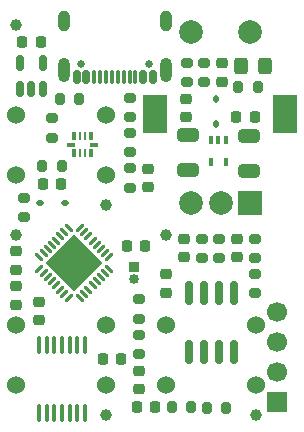
<source format=gts>
G04 #@! TF.GenerationSoftware,KiCad,Pcbnew,9.0.2*
G04 #@! TF.CreationDate,2025-12-31T10:57:56+01:00*
G04 #@! TF.ProjectId,synthmate_L432,73796e74-686d-4617-9465-5f4c3433322e,rev?*
G04 #@! TF.SameCoordinates,Original*
G04 #@! TF.FileFunction,Soldermask,Top*
G04 #@! TF.FilePolarity,Negative*
%FSLAX46Y46*%
G04 Gerber Fmt 4.6, Leading zero omitted, Abs format (unit mm)*
G04 Created by KiCad (PCBNEW 9.0.2) date 2025-12-31 10:57:56*
%MOMM*%
%LPD*%
G01*
G04 APERTURE LIST*
G04 Aperture macros list*
%AMRoundRect*
0 Rectangle with rounded corners*
0 $1 Rounding radius*
0 $2 $3 $4 $5 $6 $7 $8 $9 X,Y pos of 4 corners*
0 Add a 4 corners polygon primitive as box body*
4,1,4,$2,$3,$4,$5,$6,$7,$8,$9,$2,$3,0*
0 Add four circle primitives for the rounded corners*
1,1,$1+$1,$2,$3*
1,1,$1+$1,$4,$5*
1,1,$1+$1,$6,$7*
1,1,$1+$1,$8,$9*
0 Add four rect primitives between the rounded corners*
20,1,$1+$1,$2,$3,$4,$5,0*
20,1,$1+$1,$4,$5,$6,$7,0*
20,1,$1+$1,$6,$7,$8,$9,0*
20,1,$1+$1,$8,$9,$2,$3,0*%
%AMRotRect*
0 Rectangle, with rotation*
0 The origin of the aperture is its center*
0 $1 length*
0 $2 width*
0 $3 Rotation angle, in degrees counterclockwise*
0 Add horizontal line*
21,1,$1,$2,0,0,$3*%
G04 Aperture macros list end*
%ADD10R,1.700000X1.700000*%
%ADD11C,1.700000*%
%ADD12RoundRect,0.100000X-0.100000X0.637500X-0.100000X-0.637500X0.100000X-0.637500X0.100000X0.637500X0*%
%ADD13RoundRect,0.225000X-0.225000X-0.250000X0.225000X-0.250000X0.225000X0.250000X-0.225000X0.250000X0*%
%ADD14RoundRect,0.200000X0.200000X0.275000X-0.200000X0.275000X-0.200000X-0.275000X0.200000X-0.275000X0*%
%ADD15C,0.650000*%
%ADD16RoundRect,0.150000X0.150000X0.425000X-0.150000X0.425000X-0.150000X-0.425000X0.150000X-0.425000X0*%
%ADD17RoundRect,0.075000X0.075000X0.500000X-0.075000X0.500000X-0.075000X-0.500000X0.075000X-0.500000X0*%
%ADD18O,1.000000X2.100000*%
%ADD19O,1.000000X1.800000*%
%ADD20RoundRect,0.112500X0.112500X-0.187500X0.112500X0.187500X-0.112500X0.187500X-0.112500X-0.187500X0*%
%ADD21RoundRect,0.200000X-0.275000X0.200000X-0.275000X-0.200000X0.275000X-0.200000X0.275000X0.200000X0*%
%ADD22RoundRect,0.150000X0.150000X-0.825000X0.150000X0.825000X-0.150000X0.825000X-0.150000X-0.825000X0*%
%ADD23RoundRect,0.225000X0.225000X0.250000X-0.225000X0.250000X-0.225000X-0.250000X0.225000X-0.250000X0*%
%ADD24R,0.300000X0.704800*%
%ADD25R,0.249936X0.704850*%
%ADD26R,0.754888X0.350012*%
%ADD27RoundRect,0.112500X-0.187500X-0.112500X0.187500X-0.112500X0.187500X0.112500X-0.187500X0.112500X0*%
%ADD28RoundRect,0.225000X0.250000X-0.225000X0.250000X0.225000X-0.250000X0.225000X-0.250000X-0.225000X0*%
%ADD29RoundRect,0.100000X-0.100000X0.225000X-0.100000X-0.225000X0.100000X-0.225000X0.100000X0.225000X0*%
%ADD30RoundRect,0.225000X-0.250000X0.225000X-0.250000X-0.225000X0.250000X-0.225000X0.250000X0.225000X0*%
%ADD31RoundRect,0.200000X-0.200000X-0.275000X0.200000X-0.275000X0.200000X0.275000X-0.200000X0.275000X0*%
%ADD32RoundRect,0.200000X0.275000X-0.200000X0.275000X0.200000X-0.275000X0.200000X-0.275000X-0.200000X0*%
%ADD33RoundRect,0.150000X0.150000X-0.512500X0.150000X0.512500X-0.150000X0.512500X-0.150000X-0.512500X0*%
%ADD34RoundRect,0.250000X-0.325000X-0.450000X0.325000X-0.450000X0.325000X0.450000X-0.325000X0.450000X0*%
%ADD35RoundRect,0.250000X-0.650000X0.325000X-0.650000X-0.325000X0.650000X-0.325000X0.650000X0.325000X0*%
%ADD36RoundRect,0.062500X-0.220971X-0.309359X0.309359X0.220971X0.220971X0.309359X-0.309359X-0.220971X0*%
%ADD37RoundRect,0.062500X0.220971X-0.309359X0.309359X-0.220971X-0.220971X0.309359X-0.309359X0.220971X0*%
%ADD38RotRect,3.450000X3.450000X45.000000*%
%ADD39R,0.850000X0.850000*%
%ADD40C,0.850000*%
%ADD41C,1.000000*%
%ADD42C,1.524000*%
%ADD43R,2.000000X2.000000*%
%ADD44C,2.000000*%
%ADD45R,2.000000X3.200000*%
G04 APERTURE END LIST*
D10*
G04 #@! TO.C,J5*
X151610000Y-105600000D03*
D11*
X151610000Y-103060000D03*
X151610000Y-100520000D03*
X151610000Y-97980000D03*
G04 #@! TD*
D12*
G04 #@! TO.C,U6*
X135360000Y-100825000D03*
X134710000Y-100825000D03*
X134060000Y-100825000D03*
X133410000Y-100825000D03*
X132760000Y-100825000D03*
X132110000Y-100825000D03*
X131460000Y-100825000D03*
X131460000Y-106550000D03*
X132110000Y-106550000D03*
X132760000Y-106550000D03*
X133410000Y-106550000D03*
X134060000Y-106550000D03*
X134710000Y-106550000D03*
X135360000Y-106550000D03*
G04 #@! TD*
D13*
G04 #@! TO.C,C13*
X136890000Y-101970000D03*
X138440000Y-101970000D03*
G04 #@! TD*
D14*
G04 #@! TO.C,R13*
X144340000Y-106070000D03*
X142690000Y-106070000D03*
G04 #@! TD*
D15*
G04 #@! TO.C,J1*
X140770000Y-77030000D03*
X134990000Y-77030000D03*
D16*
X141080000Y-78105000D03*
X140280000Y-78105000D03*
D17*
X139130000Y-78105000D03*
X138130000Y-78105000D03*
X137630000Y-78105000D03*
X136630000Y-78105000D03*
D16*
X135480000Y-78105000D03*
X134680000Y-78105000D03*
X134680000Y-78105000D03*
X135480000Y-78105000D03*
D17*
X136130000Y-78105000D03*
X137130000Y-78105000D03*
X138630000Y-78105000D03*
X139630000Y-78105000D03*
D16*
X140280000Y-78105000D03*
X141080000Y-78105000D03*
D18*
X142200000Y-77530000D03*
D19*
X142200000Y-73350000D03*
D18*
X133560000Y-77530000D03*
D19*
X133560000Y-73350000D03*
G04 #@! TD*
D20*
G04 #@! TO.C,D2*
X146470000Y-82090000D03*
X146470000Y-79990000D03*
G04 #@! TD*
D21*
G04 #@! TO.C,R6*
X146730000Y-91780000D03*
X146730000Y-93430000D03*
G04 #@! TD*
D22*
G04 #@! TO.C,U5*
X144140000Y-101370000D03*
X145410000Y-101370000D03*
X146680000Y-101370000D03*
X147950000Y-101370000D03*
X147950000Y-96420000D03*
X146680000Y-96420000D03*
X145410000Y-96420000D03*
X144140000Y-96420000D03*
G04 #@! TD*
D23*
G04 #@! TO.C,C15*
X133337500Y-87200000D03*
X131787500Y-87200000D03*
G04 #@! TD*
D24*
G04 #@! TO.C,U2*
X134399999Y-84560000D03*
D25*
X134900000Y-84560000D03*
X135400000Y-84560000D03*
D24*
X135900001Y-84560000D03*
D26*
X136102444Y-83832600D03*
D24*
X135900001Y-83105200D03*
D25*
X135400000Y-83105200D03*
X134900000Y-83105200D03*
D24*
X134399999Y-83105200D03*
D26*
X134197556Y-83832600D03*
G04 #@! TD*
D27*
G04 #@! TO.C,D3*
X131540000Y-88790000D03*
X133640000Y-88790000D03*
G04 #@! TD*
D28*
G04 #@! TO.C,C10*
X146940000Y-78490000D03*
X146940000Y-76940000D03*
G04 #@! TD*
D29*
G04 #@! TO.C,U3*
X147307500Y-83400000D03*
X146657500Y-83400000D03*
X146007500Y-83400000D03*
X146007500Y-85300000D03*
X147307500Y-85300000D03*
G04 #@! TD*
D14*
G04 #@! TO.C,R11*
X147340000Y-106090000D03*
X145690000Y-106090000D03*
G04 #@! TD*
D28*
G04 #@! TO.C,C6*
X148250000Y-93370000D03*
X148250000Y-91820000D03*
G04 #@! TD*
D30*
G04 #@! TO.C,C12*
X131430000Y-97165000D03*
X131430000Y-98715000D03*
G04 #@! TD*
D21*
G04 #@! TO.C,R1*
X143970000Y-76890000D03*
X143970000Y-78540000D03*
G04 #@! TD*
D31*
G04 #@! TO.C,R3*
X133230000Y-79990000D03*
X134880000Y-79990000D03*
G04 #@! TD*
D32*
G04 #@! TO.C,R15*
X139920000Y-98560000D03*
X139920000Y-96910000D03*
G04 #@! TD*
G04 #@! TO.C,R5*
X130180000Y-89970000D03*
X130180000Y-88320000D03*
G04 #@! TD*
D28*
G04 #@! TO.C,C11*
X129520000Y-94410000D03*
X129520000Y-92860000D03*
G04 #@! TD*
D32*
G04 #@! TO.C,R14*
X145450000Y-78535000D03*
X145450000Y-76885000D03*
G04 #@! TD*
D13*
G04 #@! TO.C,C5*
X138905000Y-92400000D03*
X140455000Y-92400000D03*
G04 #@! TD*
D30*
G04 #@! TO.C,C18*
X142230000Y-94820000D03*
X142230000Y-96370000D03*
G04 #@! TD*
D31*
G04 #@! TO.C,R16*
X131747500Y-85670000D03*
X133397500Y-85670000D03*
G04 #@! TD*
D32*
G04 #@! TO.C,R8*
X149760000Y-93430000D03*
X149760000Y-91780000D03*
G04 #@! TD*
G04 #@! TO.C,R18*
X132530000Y-83260000D03*
X132530000Y-81610000D03*
G04 #@! TD*
D31*
G04 #@! TO.C,R4*
X148340000Y-78930000D03*
X149990000Y-78930000D03*
G04 #@! TD*
D32*
G04 #@! TO.C,R10*
X139150000Y-84470000D03*
X139150000Y-82820000D03*
G04 #@! TD*
D33*
G04 #@! TO.C,U4*
X129865000Y-79150000D03*
X130815000Y-79150000D03*
X131765000Y-79150000D03*
X131765000Y-76875000D03*
X129865000Y-76875000D03*
G04 #@! TD*
D30*
G04 #@! TO.C,C2*
X129500000Y-95820000D03*
X129500000Y-97370000D03*
G04 #@! TD*
G04 #@! TO.C,C17*
X139920000Y-102960000D03*
X139920000Y-104510000D03*
G04 #@! TD*
D13*
G04 #@! TO.C,C16*
X130065000Y-75160000D03*
X131615000Y-75160000D03*
G04 #@! TD*
D21*
G04 #@! TO.C,R17*
X139920000Y-99930000D03*
X139920000Y-101580000D03*
G04 #@! TD*
D34*
G04 #@! TO.C,D1*
X148590000Y-77210000D03*
X150640000Y-77210000D03*
G04 #@! TD*
D23*
G04 #@! TO.C,C9*
X141300000Y-106070000D03*
X139750000Y-106070000D03*
G04 #@! TD*
D21*
G04 #@! TO.C,R7*
X149780000Y-94750000D03*
X149780000Y-96400000D03*
G04 #@! TD*
D23*
G04 #@! TO.C,C4*
X149730000Y-81500000D03*
X148180000Y-81500000D03*
G04 #@! TD*
D35*
G04 #@! TO.C,C1*
X144090000Y-83055000D03*
X144090000Y-86005000D03*
G04 #@! TD*
D30*
G04 #@! TO.C,C8*
X140680000Y-85880000D03*
X140680000Y-87430000D03*
G04 #@! TD*
D32*
G04 #@! TO.C,R12*
X139130000Y-87490000D03*
X139130000Y-85840000D03*
G04 #@! TD*
D28*
G04 #@! TO.C,C3*
X143942500Y-81475000D03*
X143942500Y-79925000D03*
G04 #@! TD*
D32*
G04 #@! TO.C,R2*
X139170000Y-81500000D03*
X139170000Y-79850000D03*
G04 #@! TD*
D36*
G04 #@! TO.C,U1*
X131497990Y-94332236D03*
X131851544Y-94685789D03*
X132205097Y-95039343D03*
X132558651Y-95392896D03*
X132912204Y-95746449D03*
X133265757Y-96100003D03*
X133619311Y-96453556D03*
X133972864Y-96807110D03*
D37*
X134945136Y-96807110D03*
X135298689Y-96453556D03*
X135652243Y-96100003D03*
X136005796Y-95746449D03*
X136359349Y-95392896D03*
X136712903Y-95039343D03*
X137066456Y-94685789D03*
X137420010Y-94332236D03*
D36*
X137420010Y-93359964D03*
X137066456Y-93006411D03*
X136712903Y-92652857D03*
X136359349Y-92299304D03*
X136005796Y-91945751D03*
X135652243Y-91592197D03*
X135298689Y-91238644D03*
X134945136Y-90885090D03*
D37*
X133972864Y-90885090D03*
X133619311Y-91238644D03*
X133265757Y-91592197D03*
X132912204Y-91945751D03*
X132558651Y-92299304D03*
X132205097Y-92652857D03*
X131851544Y-93006411D03*
X131497990Y-93359964D03*
D38*
X134459000Y-93846100D03*
G04 #@! TD*
D35*
G04 #@! TO.C,C14*
X149280000Y-83080000D03*
X149280000Y-86030000D03*
G04 #@! TD*
D32*
G04 #@! TO.C,R9*
X145240000Y-93430000D03*
X145240000Y-91780000D03*
G04 #@! TD*
D39*
G04 #@! TO.C,J3*
X139550000Y-94170000D03*
D40*
X139550000Y-95170000D03*
G04 #@! TD*
D28*
G04 #@! TO.C,C7*
X143760000Y-93380000D03*
X143760000Y-91830000D03*
G04 #@! TD*
D41*
G04 #@! TO.C,SW3*
X137160000Y-106680000D03*
X129540000Y-91440000D03*
D42*
X137160000Y-99060000D03*
X137160000Y-104140000D03*
X129540000Y-99060000D03*
X129540000Y-104140000D03*
G04 #@! TD*
D41*
G04 #@! TO.C,SW2*
X149860000Y-106680000D03*
X142240000Y-91440000D03*
D42*
X149860000Y-99060000D03*
X149860000Y-104140000D03*
X142240000Y-99060000D03*
X142240000Y-104140000D03*
G04 #@! TD*
D43*
G04 #@! TO.C,SW1*
X149360000Y-88770000D03*
D44*
X144360000Y-88770000D03*
X146860000Y-88770000D03*
D45*
X141260000Y-81270000D03*
X152280000Y-81270000D03*
D44*
X144360000Y-74270000D03*
X149360000Y-74270000D03*
G04 #@! TD*
D41*
G04 #@! TO.C,SW5*
X137160000Y-88900000D03*
X129540000Y-73660000D03*
D42*
X137160000Y-81280000D03*
X137160000Y-86360000D03*
X129540000Y-81280000D03*
X129540000Y-86360000D03*
G04 #@! TD*
M02*

</source>
